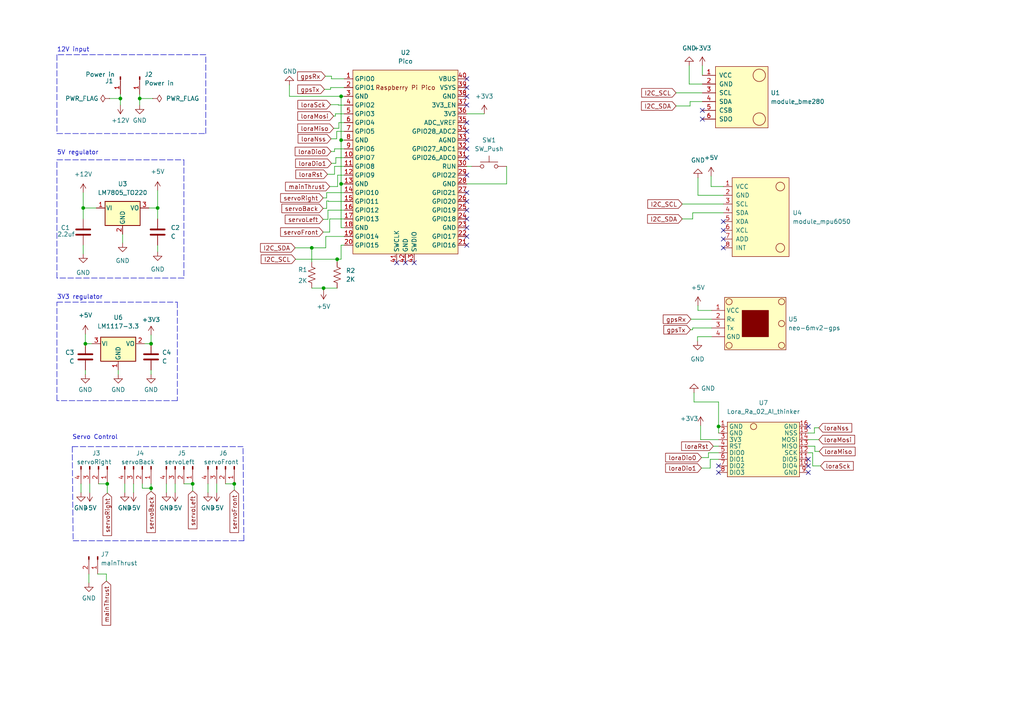
<source format=kicad_sch>
(kicad_sch (version 20211123) (generator eeschema)
  (paper "A4")
  (lib_symbols
    (symbol "Connector:Conn_01x01_Male" (pin_names (offset 1.016) hide)
      (property "Reference" "J" (at 0 2.54 0))
      (property "Value" "Conn_01x01_Male" (at 0 -2.54 0))
      (symbol "Conn_01x01_Male_1_1"
        (polyline (pts (xy 1.27 0) (xy 0.8636 0)) (stroke (width 0.1524)))
        (rectangle (start 0.8636 0.127) (end 0 -0.127) (stroke (width 0.1524)) (fill (type outline)))
        (pin passive line (at 5.08 0 180) (length 3.81) (name "Pin_1") (number "1"))
      )
    )
    (symbol "Connector:Conn_01x02_Male" (pin_names (offset 1.016) hide)
      (property "Reference" "J" (at 0 2.54 0))
      (property "Value" "Conn_01x02_Male" (at 0 -5.08 0))
      (symbol "Conn_01x02_Male_1_1"
        (polyline (pts (xy 1.27 -2.54) (xy 0.8636 -2.54)) (stroke (width 0.1524)))
        (polyline (pts (xy 1.27 0) (xy 0.8636 0)) (stroke (width 0.1524)))
        (rectangle (start 0.8636 -2.413) (end 0 -2.667) (stroke (width 0.1524)) (fill (type outline)))
        (rectangle (start 0.8636 0.127) (end 0 -0.127) (stroke (width 0.1524)) (fill (type outline)))
        (pin passive line (at 5.08 0 180) (length 3.81) (name "Pin_1") (number "1"))
        (pin passive line (at 5.08 -2.54 180) (length 3.81) (name "Pin_2") (number "2"))
      )
    )
    (symbol "Connector:Conn_01x04_Male" (pin_names (offset 1.016) hide)
      (property "Reference" "J" (at 0 5.08 0))
      (property "Value" "Conn_01x04_Male" (at 0 -7.62 0))
      (symbol "Conn_01x04_Male_1_1"
        (polyline (pts (xy 1.27 -5.08) (xy 0.8636 -5.08)) (stroke (width 0.1524)))
        (polyline (pts (xy 1.27 -2.54) (xy 0.8636 -2.54)) (stroke (width 0.1524)))
        (polyline (pts (xy 1.27 0) (xy 0.8636 0)) (stroke (width 0.1524)))
        (polyline (pts (xy 1.27 2.54) (xy 0.8636 2.54)) (stroke (width 0.1524)))
        (rectangle (start 0.8636 -4.953) (end 0 -5.207) (stroke (width 0.1524)) (fill (type outline)))
        (rectangle (start 0.8636 -2.413) (end 0 -2.667) (stroke (width 0.1524)) (fill (type outline)))
        (rectangle (start 0.8636 0.127) (end 0 -0.127) (stroke (width 0.1524)) (fill (type outline)))
        (rectangle (start 0.8636 2.667) (end 0 2.413) (stroke (width 0.1524)) (fill (type outline)))
        (pin passive line (at 5.08 2.54 180) (length 3.81) (name "Pin_1") (number "1"))
        (pin passive line (at 5.08 0 180) (length 3.81) (name "Pin_2") (number "2"))
        (pin passive line (at 5.08 -2.54 180) (length 3.81) (name "Pin_3") (number "3"))
        (pin passive line (at 5.08 -5.08 180) (length 3.81) (name "Pin_4") (number "4"))
      )
    )
    (symbol "Device:C" (pin_numbers hide) (pin_names (offset 0.254))
      (property "Reference" "C" (at 0.635 2.54 0))
      (property "Value" "C" (at 0.635 -2.54 0))
      (symbol "C_0_1"
        (polyline (pts (xy -2.032 -0.762) (xy 2.032 -0.762)) (stroke (width 0.508)))
        (polyline (pts (xy -2.032 0.762) (xy 2.032 0.762)) (stroke (width 0.508)))
      )
      (symbol "C_1_1"
        (pin passive line (at 0 3.81 270) (length 2.794) (name "~") (number "1"))
        (pin passive line (at 0 -3.81 90) (length 2.794) (name "~") (number "2"))
      )
    )
    (symbol "Device:R_US" (pin_numbers hide) (pin_names (offset 0))
      (property "Reference" "R" (at 2.54 0 90))
      (property "Value" "R_US" (at -2.54 0 90))
      (symbol "R_US_0_1"
        (polyline (pts (xy 0 -2.286) (xy 0 -2.54)))
        (polyline (pts (xy 0 2.286) (xy 0 2.54)))
        (polyline (pts (xy 0 -0.762) (xy 1.016 -1.143) (xy 0 -1.524) (xy -1.016 -1.905) (xy 0 -2.286)))
        (polyline (pts (xy 0 0.762) (xy 1.016 0.381) (xy 0 0) (xy -1.016 -0.381) (xy 0 -0.762)))
        (polyline (pts (xy 0 2.286) (xy 1.016 1.905) (xy 0 1.524) (xy -1.016 1.143) (xy 0 0.762)))
      )
      (symbol "R_US_1_1"
        (pin passive line (at 0 3.81 270) (length 1.27) (name "~") (number "1"))
        (pin passive line (at 0 -3.81 90) (length 1.27) (name "~") (number "2"))
      )
    )
    (symbol "RPI Pico:Pico"
      (property "Reference" "U" (at -13.97 27.94 0))
      (property "Value" "Pico" (at 0 19.05 0))
      (symbol "Pico_0_0"
        (text "Raspberry Pi Pico" (at 0 21.59 0) (effects (font (size 1.27 1.27))))
      )
      (symbol "Pico_0_1"
        (rectangle (start -15.24 26.67) (end 15.24 -26.67) (fill (type background)))
      )
      (symbol "Pico_1_1"
        (pin bidirectional line (at -17.78 24.13 0) (length 2.54) (name "GPIO0") (number "1"))
        (pin bidirectional line (at -17.78 1.27 0) (length 2.54) (name "GPIO7") (number "10"))
        (pin bidirectional line (at -17.78 -1.27 0) (length 2.54) (name "GPIO8") (number "11"))
        (pin bidirectional line (at -17.78 -3.81 0) (length 2.54) (name "GPIO9") (number "12"))
        (pin power_in line (at -17.78 -6.35 0) (length 2.54) (name "GND") (number "13"))
        (pin bidirectional line (at -17.78 -8.89 0) (length 2.54) (name "GPIO10") (number "14"))
        (pin bidirectional line (at -17.78 -11.43 0) (length 2.54) (name "GPIO11") (number "15"))
        (pin bidirectional line (at -17.78 -13.97 0) (length 2.54) (name "GPIO12") (number "16"))
        (pin bidirectional line (at -17.78 -16.51 0) (length 2.54) (name "GPIO13") (number "17"))
        (pin power_in line (at -17.78 -19.05 0) (length 2.54) (name "GND") (number "18"))
        (pin bidirectional line (at -17.78 -21.59 0) (length 2.54) (name "GPIO14") (number "19"))
        (pin bidirectional line (at -17.78 21.59 0) (length 2.54) (name "GPIO1") (number "2"))
        (pin bidirectional line (at -17.78 -24.13 0) (length 2.54) (name "GPIO15") (number "20"))
        (pin bidirectional line (at 17.78 -24.13 180) (length 2.54) (name "GPIO16") (number "21"))
        (pin bidirectional line (at 17.78 -21.59 180) (length 2.54) (name "GPIO17") (number "22"))
        (pin power_in line (at 17.78 -19.05 180) (length 2.54) (name "GND") (number "23"))
        (pin bidirectional line (at 17.78 -16.51 180) (length 2.54) (name "GPIO18") (number "24"))
        (pin bidirectional line (at 17.78 -13.97 180) (length 2.54) (name "GPIO19") (number "25"))
        (pin bidirectional line (at 17.78 -11.43 180) (length 2.54) (name "GPIO20") (number "26"))
        (pin bidirectional line (at 17.78 -8.89 180) (length 2.54) (name "GPIO21") (number "27"))
        (pin power_in line (at 17.78 -6.35 180) (length 2.54) (name "GND") (number "28"))
        (pin bidirectional line (at 17.78 -3.81 180) (length 2.54) (name "GPIO22") (number "29"))
        (pin power_in line (at -17.78 19.05 0) (length 2.54) (name "GND") (number "3"))
        (pin bidirectional line (at 17.78 -1.27 180) (length 2.54) (name "RUN") (number "30"))
        (pin bidirectional line (at 17.78 1.27 180) (length 2.54) (name "GPIO26_ADC0") (number "31"))
        (pin bidirectional line (at 17.78 3.81 180) (length 2.54) (name "GPIO27_ADC1") (number "32"))
        (pin power_in line (at 17.78 6.35 180) (length 2.54) (name "AGND") (number "33"))
        (pin bidirectional line (at 17.78 8.89 180) (length 2.54) (name "GPIO28_ADC2") (number "34"))
        (pin power_in line (at 17.78 11.43 180) (length 2.54) (name "ADC_VREF") (number "35"))
        (pin power_in line (at 17.78 13.97 180) (length 2.54) (name "3V3") (number "36"))
        (pin input line (at 17.78 16.51 180) (length 2.54) (name "3V3_EN") (number "37"))
        (pin bidirectional line (at 17.78 19.05 180) (length 2.54) (name "GND") (number "38"))
        (pin power_in line (at 17.78 21.59 180) (length 2.54) (name "VSYS") (number "39"))
        (pin bidirectional line (at -17.78 16.51 0) (length 2.54) (name "GPIO2") (number "4"))
        (pin power_in line (at 17.78 24.13 180) (length 2.54) (name "VBUS") (number "40"))
        (pin input line (at -2.54 -29.21 90) (length 2.54) (name "SWCLK") (number "41"))
        (pin power_in line (at 0 -29.21 90) (length 2.54) (name "GND") (number "42"))
        (pin bidirectional line (at 2.54 -29.21 90) (length 2.54) (name "SWDIO") (number "43"))
        (pin bidirectional line (at -17.78 13.97 0) (length 2.54) (name "GPIO3") (number "5"))
        (pin bidirectional line (at -17.78 11.43 0) (length 2.54) (name "GPIO4") (number "6"))
        (pin bidirectional line (at -17.78 8.89 0) (length 2.54) (name "GPIO5") (number "7"))
        (pin power_in line (at -17.78 6.35 0) (length 2.54) (name "GND") (number "8"))
        (pin bidirectional line (at -17.78 3.81 0) (length 2.54) (name "GPIO6") (number "9"))
      )
    )
    (symbol "Regulator_Linear:LM1117-3.3" (pin_names (offset 0.254))
      (property "Reference" "U" (at -3.81 3.175 0))
      (property "Value" "LM1117-3.3" (at 0 3.175 0))
      (symbol "LM1117-3.3_0_1"
        (rectangle (start -5.08 -5.08) (end 5.08 1.905) (stroke (width 0.254)) (fill (type background)))
      )
      (symbol "LM1117-3.3_1_1"
        (pin power_in line (at 0 -7.62 90) (length 2.54) (name "GND") (number "1"))
        (pin power_out line (at 7.62 0 180) (length 2.54) (name "VO") (number "2"))
        (pin power_in line (at -7.62 0 0) (length 2.54) (name "VI") (number "3"))
      )
    )
    (symbol "Regulator_Linear:LM7805_TO220" (pin_names (offset 0.254))
      (property "Reference" "U" (at -3.81 3.175 0))
      (property "Value" "LM7805_TO220" (at 0 3.175 0))
      (symbol "LM7805_TO220_0_1"
        (rectangle (start -5.08 1.905) (end 5.08 -5.08) (stroke (width 0.254)) (fill (type background)))
      )
      (symbol "LM7805_TO220_1_1"
        (pin power_in line (at -7.62 0 0) (length 2.54) (name "VI") (number "1"))
        (pin power_in line (at 0 -7.62 90) (length 2.54) (name "GND") (number "2"))
        (pin power_out line (at 7.62 0 180) (length 2.54) (name "VO") (number "3"))
      )
    )
    (symbol "Sensor Breakout Boards:Lora_Ra_02_AI_thinker"
      (property "Reference" "U?" (at 0 -10.16 0))
      (property "Value" "Lora_Ra_02_AI_thinker" (at 0 10.16 0))
      (property "Footprint" "Sensor Breakout Boards:Lora Ra 02 AI Thinker" (at -5.08 0.635 0))
      (symbol "Lora_Ra_02_AI_thinker_0_1"
        (rectangle (start -10.16 7.62) (end 10.795 -8.255) (fill (type background)))
        (circle (center -2.54 6.35) (radius 0.898))
      )
      (symbol "Lora_Ra_02_AI_thinker_1_1"
        (pin power_in line (at -12.7 6.35 0) (length 2.54) (name "GND") (number "1"))
        (pin bidirectional line (at 13.335 -5.08 180) (length 2.54) (name "DIO4") (number "10"))
        (pin bidirectional line (at 13.335 -3.175 180) (length 2.54) (name "DIO5") (number "11"))
        (pin input line (at 13.335 -1.27 180) (length 2.54) (name "SCK") (number "12"))
        (pin output line (at 13.335 0.635 180) (length 2.54) (name "MISO") (number "13"))
        (pin input line (at 13.335 2.54 180) (length 2.54) (name "MOSI") (number "14"))
        (pin input line (at 13.335 4.445 180) (length 2.54) (name "NSS") (number "15"))
        (pin power_in line (at 13.335 6.35 180) (length 2.54) (name "GND") (number "16"))
        (pin power_in line (at -12.7 4.445 0) (length 2.54) (name "GND") (number "2"))
        (pin power_in line (at -12.7 2.54 0) (length 2.54) (name "3V3") (number "3"))
        (pin input line (at -12.7 0.635 0) (length 2.54) (name "RST") (number "4"))
        (pin bidirectional line (at -12.7 -1.27 0) (length 2.54) (name "DIO0") (number "5"))
        (pin bidirectional line (at -12.7 -3.175 0) (length 2.54) (name "DIO1") (number "6"))
        (pin bidirectional line (at -12.7 -5.08 0) (length 2.54) (name "DIO2") (number "7"))
        (pin bidirectional line (at -12.7 -6.985 0) (length 2.54) (name "DIO3") (number "8"))
        (pin power_in line (at 13.335 -6.985 180) (length 2.54) (name "GND") (number "9"))
      )
    )
    (symbol "Sensor Breakout Boards:module_bme280" (pin_names (offset 1.016))
      (property "Reference" "U" (at 3.81 11.43 0))
      (property "Value" "module_bme280" (at 11.43 -8.89 0))
      (symbol "module_bme280_0_1"
        (rectangle (start 3.81 -7.62) (end 19.05 10.16) (fill (type background)))
        (circle (center 16.51 -5.08) (radius 1.8034))
        (circle (center 16.51 7.62) (radius 1.8034))
      )
      (symbol "module_bme280_1_1"
        (pin power_in line (at 0 7.62 0) (length 3.81) (name "VCC") (number "1"))
        (pin power_in line (at 0 5.08 0) (length 3.81) (name "GND") (number "2"))
        (pin input line (at 0 2.54 0) (length 3.81) (name "SCL") (number "3"))
        (pin bidirectional line (at 0 0 0) (length 3.81) (name "SDA") (number "4"))
        (pin input line (at 0 -2.54 0) (length 3.81) (name "CSB") (number "5"))
        (pin bidirectional line (at 0 -5.08 0) (length 3.81) (name "SDO") (number "6"))
      )
    )
    (symbol "Sensor Breakout Boards:module_mpu6050" (pin_names (offset 1.016))
      (property "Reference" "U" (at 2.54 21.59 0))
      (property "Value" "module_mpu6050" (at 11.43 -3.81 0))
      (symbol "module_mpu6050_0_1"
        (rectangle (start 2.54 20.32) (end 19.05 -2.54) (fill (type background)))
        (circle (center 16.51 0) (radius 1.27))
        (circle (center 16.51 17.78) (radius 1.27))
      )
      (symbol "module_mpu6050_1_1"
        (pin power_in line (at 0 17.78 0) (length 2.54) (name "VCC") (number "1"))
        (pin power_in line (at 0 15.24 0) (length 2.54) (name "GND") (number "2"))
        (pin input line (at 0 12.7 0) (length 2.54) (name "SCL") (number "3"))
        (pin bidirectional line (at 0 10.16 0) (length 2.54) (name "SDA") (number "4"))
        (pin bidirectional line (at 0 7.62 0) (length 2.54) (name "XDA") (number "5"))
        (pin output line (at 0 5.08 0) (length 2.54) (name "XCL") (number "6"))
        (pin input line (at 0 2.54 0) (length 2.54) (name "ADD") (number "7"))
        (pin output line (at 0 0 0) (length 2.54) (name "INT") (number "8"))
      )
    )
    (symbol "Sensor Breakout Boards:neo-6mv2-gps"
      (property "Reference" "U?" (at 0 -8.89 0))
      (property "Value" "neo-6mv2-gps" (at 0 10.16 0))
      (symbol "neo-6mv2-gps_0_1"
        (rectangle (start -8.89 7.62) (end 8.89 -7.62) (fill (type background)))
        (circle (center -7.62 -6.35) (radius 0.898))
        (circle (center -7.62 6.35) (radius 0.898))
        (rectangle (start -3.81 3.81) (end 3.81 -3.81) (stroke (width 0.2)) (fill (type outline)))
        (circle (center 7.62 -6.35) (radius 0.898))
        (circle (center 7.62 0) (radius 0.898))
        (circle (center 7.62 6.35) (radius 0.898))
      )
      (symbol "neo-6mv2-gps_1_1"
        (pin power_in line (at -12.7 3.81 0) (length 3.81) (name "VCC") (number "1"))
        (pin input line (at -12.7 1.27 0) (length 3.81) (name "Rx") (number "2"))
        (pin output line (at -12.7 -1.27 0) (length 3.81) (name "Tx") (number "3"))
        (pin power_in line (at -12.7 -3.81 0) (length 3.81) (name "GND") (number "4"))
      )
    )
    (symbol "Switch:SW_Push" (pin_numbers hide) (pin_names (offset 1.016) hide)
      (property "Reference" "SW" (at 1.27 2.54 0))
      (property "Value" "SW_Push" (at 0 -1.524 0))
      (symbol "SW_Push_0_1"
        (circle (center -2.032 0) (radius 0.508))
        (polyline (pts (xy 0 1.27) (xy 0 3.048)))
        (polyline (pts (xy 2.54 1.27) (xy -2.54 1.27)))
        (circle (center 2.032 0) (radius 0.508))
        (pin passive line (at -5.08 0 0) (length 2.54) (name "1") (number "1"))
        (pin passive line (at 5.08 0 180) (length 2.54) (name "2") (number "2"))
      )
    )
    (symbol "power:+12V" (power) (pin_names (offset 0))
      (property "Value" "+12V" (at 0 3.556 0))
      (symbol "+12V_0_1"
        (polyline (pts (xy -0.762 1.27) (xy 0 2.54)))
        (polyline (pts (xy 0 0) (xy 0 2.54)))
        (polyline (pts (xy 0 2.54) (xy 0.762 1.27)))
      )
      (symbol "+12V_1_1"
        (pin power_in line (at 0 0 90) (length 0) hide (name "+12V") (number "1"))
      )
    )
    (symbol "power:+3V3" (power) (pin_names (offset 0))
      (property "Value" "+3V3" (at 0 3.556 0))
      (symbol "+3V3_0_1"
        (polyline (pts (xy -0.762 1.27) (xy 0 2.54)))
        (polyline (pts (xy 0 0) (xy 0 2.54)))
        (polyline (pts (xy 0 2.54) (xy 0.762 1.27)))
      )
      (symbol "+3V3_1_1"
        (pin power_in line (at 0 0 90) (length 0) hide (name "+3V3") (number "1"))
      )
    )
    (symbol "power:+5V" (power) (pin_names (offset 0))
      (property "Value" "+5V" (at 0 3.556 0))
      (symbol "+5V_0_1"
        (polyline (pts (xy -0.762 1.27) (xy 0 2.54)))
        (polyline (pts (xy 0 0) (xy 0 2.54)))
        (polyline (pts (xy 0 2.54) (xy 0.762 1.27)))
      )
      (symbol "+5V_1_1"
        (pin power_in line (at 0 0 90) (length 0) hide (name "+5V") (number "1"))
      )
    )
    (symbol "power:GND" (power) (pin_names (offset 0))
      (property "Value" "GND" (at 0 -3.81 0))
      (symbol "GND_0_1"
        (polyline (pts (xy 0 0) (xy 0 -1.27) (xy 1.27 -1.27) (xy 0 -2.54) (xy -1.27 -1.27) (xy 0 -1.27)))
      )
      (symbol "GND_1_1"
        (pin power_in line (at 0 0 270) (length 0) hide (name "GND") (number "1"))
      )
    )
    (symbol "power:PWR_FLAG" (power) (pin_numbers hide) (pin_names (offset 0) hide)
      (property "Value" "PWR_FLAG" (at 0 3.81 0))
      (symbol "PWR_FLAG_0_0"
        (pin power_out line (at 0 0 90) (length 0) (name "pwr") (number "1"))
      )
      (symbol "PWR_FLAG_0_1"
        (polyline (pts (xy 0 0) (xy 0 1.27) (xy -1.016 1.905) (xy 0 2.54) (xy 1.016 1.905) (xy 0 1.27)))
      )
    )
  )
  (junction (at 67.945 140.335))
  (junction (at 43.815 141.605))
  (junction (at 55.88 140.335))
  (junction (at 31.115 140.335))
  (junction (at 98.933 40.64))
  (junction (at 97.79 75.184))
  (junction (at 45.72 60.325))
  (junction (at 43.815 99.695))
  (junction (at 24.13 60.325))
  (junction (at 90.424 71.882))
  (junction (at 24.765 99.695))
  (junction (at 208.407 123.698))
  (junction (at 93.853 83.566))
  (junction (at 98.933 27.94))
  (junction (at 34.925 28.575))
  (junction (at 98.933 53.34))
  (junction (at 40.513 28.575))
  (no_connect (at 234.442 133.223))
  (no_connect (at 208.407 137.033))
  (no_connect (at 208.407 135.128))
  (no_connect (at 234.442 135.128))
  (no_connect (at 209.804 64.262))
  (no_connect (at 209.804 66.802))
  (no_connect (at 209.804 69.342))
  (no_connect (at 209.804 71.882))
  (no_connect (at 115.062 76.2))
  (no_connect (at 135.382 22.86))
  (no_connect (at 135.382 30.48))
  (no_connect (at 135.382 27.94))
  (no_connect (at 135.382 25.4))
  (no_connect (at 203.708 34.544))
  (no_connect (at 203.708 32.004))
  (no_connect (at 135.382 35.56))
  (no_connect (at 135.382 45.72))
  (no_connect (at 135.382 71.12))
  (no_connect (at 135.382 68.58))
  (no_connect (at 135.382 66.04))
  (no_connect (at 135.382 55.88))
  (no_connect (at 135.382 58.42))
  (no_connect (at 117.602 76.2))
  (no_connect (at 120.142 76.2))
  (no_connect (at 135.382 40.64))
  (no_connect (at 135.382 38.1))
  (no_connect (at 135.382 43.18))
  (no_connect (at 135.382 63.5))
  (no_connect (at 135.382 60.96))
  (no_connect (at 135.382 50.8))
  (no_connect (at 234.442 137.033))
  (no_connect (at 234.442 123.698))
  (wire (pts (xy 208.407 116.586) (xy 208.407 123.698)))
  (wire (pts (xy 98.298 37.211) (xy 96.774 37.211)))
  (wire (pts (xy 95.631 63.5) (xy 95.631 67.31)))
  (wire (pts (xy 24.765 99.695) (xy 26.67 99.695)))
  (wire (pts (xy 24.765 96.901) (xy 24.765 99.695)))
  (wire (pts (xy 99.822 53.34) (xy 98.933 53.34)))
  (polyline (pts (xy 20.955 129.54) (xy 70.485 129.54)))
  (polyline (pts (xy 20.955 129.54) (xy 21.209 156.845)))
  (wire (pts (xy 36.195 140.335) (xy 36.195 142.875)))
  (wire (pts (xy 98.933 27.94) (xy 99.822 27.94)))
  (wire (pts (xy 200.914 95.631) (xy 200.279 95.631)))
  (wire (pts (xy 206.248 51.054) (xy 206.248 54.102)))
  (wire (pts (xy 60.325 140.335) (xy 60.325 142.875)))
  (wire (pts (xy 93.853 83.566) (xy 93.853 84.201)))
  (wire (pts (xy 196.088 30.734) (xy 200.152 30.734)))
  (wire (pts (xy 97.028 50.546) (xy 94.996 50.546)))
  (wire (pts (xy 99.822 25.4) (xy 95.885 25.4)))
  (wire (pts (xy 98.298 35.56) (xy 98.298 37.211)))
  (wire (pts (xy 205.486 131.318) (xy 205.486 132.715)))
  (wire (pts (xy 94.742 57.404) (xy 93.726 57.404)))
  (wire (pts (xy 41.275 141.605) (xy 43.815 141.605)))
  (wire (pts (xy 202.311 97.663) (xy 202.311 98.933)))
  (wire (pts (xy 44.323 28.575) (xy 40.513 28.575)))
  (wire (pts (xy 97.282 33.655) (xy 96.774 33.655)))
  (wire (pts (xy 53.34 140.335) (xy 55.88 140.335)))
  (polyline (pts (xy 59.69 38.735) (xy 59.69 15.875)))
  (wire (pts (xy 96.139 22.86) (xy 96.139 22.098)))
  (wire (pts (xy 200.152 30.734) (xy 200.152 29.464)))
  (wire (pts (xy 30.861 166.497) (xy 30.861 168.529)))
  (polyline (pts (xy 16.51 46.355) (xy 53.34 46.355)))
  (wire (pts (xy 28.575 140.335) (xy 31.115 140.335)))
  (wire (pts (xy 234.442 127.508) (xy 237.49 127.508)))
  (wire (pts (xy 196.088 26.924) (xy 203.708 26.924)))
  (wire (pts (xy 45.72 71.12) (xy 45.72 73.025)))
  (wire (pts (xy 203.708 19.05) (xy 203.708 21.844)))
  (polyline (pts (xy 53.34 80.645) (xy 16.51 80.645)))
  (wire (pts (xy 67.945 140.335) (xy 67.945 142.113)))
  (wire (pts (xy 45.72 55.245) (xy 45.72 60.325)))
  (wire (pts (xy 99.822 58.42) (xy 95.25 58.42)))
  (wire (pts (xy 34.925 28.575) (xy 34.925 30.48)))
  (wire (pts (xy 208.407 131.318) (xy 205.486 131.318)))
  (wire (pts (xy 34.29 107.315) (xy 34.29 108.585)))
  (wire (pts (xy 28.321 166.497) (xy 30.861 166.497)))
  (wire (pts (xy 99.822 30.48) (xy 98.171 30.48)))
  (polyline (pts (xy 70.739 156.845) (xy 70.485 129.54)))
  (wire (pts (xy 135.382 33.02) (xy 140.462 33.02)))
  (wire (pts (xy 40.513 27.305) (xy 40.513 28.575)))
  (wire (pts (xy 205.994 135.763) (xy 203.454 135.763)))
  (wire (pts (xy 201.295 116.586) (xy 201.295 113.919)))
  (wire (pts (xy 203.2 127.508) (xy 203.2 123.444)))
  (wire (pts (xy 94.742 55.88) (xy 99.822 55.88)))
  (wire (pts (xy 99.822 68.58) (xy 94.488 68.58)))
  (wire (pts (xy 31.75 28.575) (xy 34.925 28.575)))
  (wire (pts (xy 95.25 58.293) (xy 94.742 58.293)))
  (wire (pts (xy 50.8 140.335) (xy 50.8 142.875)))
  (wire (pts (xy 95.631 63.5) (xy 99.822 63.5)))
  (wire (pts (xy 97.79 75.184) (xy 98.933 75.184)))
  (wire (pts (xy 24.13 55.88) (xy 24.13 60.325)))
  (wire (pts (xy 99.822 50.8) (xy 97.917 50.8)))
  (polyline (pts (xy 16.51 87.63) (xy 51.435 87.63)))
  (wire (pts (xy 94.742 58.293) (xy 94.742 60.452)))
  (wire (pts (xy 208.407 123.698) (xy 208.407 125.603)))
  (wire (pts (xy 205.486 132.715) (xy 203.454 132.715)))
  (polyline (pts (xy 51.435 116.205) (xy 16.51 116.205)))
  (wire (pts (xy 200.914 63.5) (xy 200.914 61.722)))
  (polyline (pts (xy 59.69 15.875) (xy 16.51 15.875)))
  (polyline (pts (xy 16.51 15.875) (xy 16.51 38.735)))
  (wire (pts (xy 24.13 71.12) (xy 24.13 73.66)))
  (wire (pts (xy 200.406 92.583) (xy 206.375 92.583)))
  (wire (pts (xy 85.725 75.184) (xy 97.79 75.184)))
  (wire (pts (xy 146.939 53.34) (xy 135.382 53.34)))
  (wire (pts (xy 97.282 33.02) (xy 97.282 33.655)))
  (wire (pts (xy 62.865 140.335) (xy 62.865 142.875)))
  (wire (pts (xy 98.933 27.94) (xy 98.933 40.64)))
  (wire (pts (xy 236.347 129.413) (xy 236.347 130.937)))
  (wire (pts (xy 135.382 48.26) (xy 136.779 48.26)))
  (wire (pts (xy 43.815 140.335) (xy 43.815 141.605)))
  (wire (pts (xy 83.947 27.94) (xy 83.947 24.638)))
  (wire (pts (xy 93.853 83.566) (xy 97.79 83.566)))
  (wire (pts (xy 200.914 95.123) (xy 206.375 95.123)))
  (wire (pts (xy 206.248 54.102) (xy 209.804 54.102)))
  (wire (pts (xy 43.815 141.605) (xy 43.815 142.494)))
  (polyline (pts (xy 16.51 116.205) (xy 16.51 87.63)))
  (wire (pts (xy 202.438 56.642) (xy 202.438 51.562)))
  (wire (pts (xy 34.925 27.305) (xy 34.925 28.575)))
  (wire (pts (xy 97.409 47.371) (xy 96.139 47.371)))
  (wire (pts (xy 200.914 61.722) (xy 209.804 61.722)))
  (wire (pts (xy 95.123 63.627) (xy 93.726 63.627)))
  (wire (pts (xy 200.914 95.123) (xy 200.914 95.631)))
  (wire (pts (xy 208.407 116.586) (xy 201.295 116.586)))
  (wire (pts (xy 41.275 140.335) (xy 41.275 141.605)))
  (wire (pts (xy 197.866 63.5) (xy 200.914 63.5)))
  (wire (pts (xy 25.781 166.497) (xy 25.781 169.037)))
  (wire (pts (xy 97.79 75.184) (xy 97.79 75.946)))
  (wire (pts (xy 234.442 131.318) (xy 235.712 131.318)))
  (wire (pts (xy 24.13 60.325) (xy 27.94 60.325)))
  (wire (pts (xy 97.028 43.942) (xy 96.012 43.942)))
  (wire (pts (xy 197.866 59.182) (xy 209.804 59.182)))
  (wire (pts (xy 95.25 58.42) (xy 95.25 58.293)))
  (wire (pts (xy 26.035 140.335) (xy 26.035 142.875)))
  (wire (pts (xy 202.438 90.043) (xy 202.438 88.646)))
  (wire (pts (xy 208.407 133.223) (xy 205.994 133.223)))
  (wire (pts (xy 206.375 97.663) (xy 202.311 97.663)))
  (wire (pts (xy 98.933 66.04) (xy 98.933 53.34)))
  (wire (pts (xy 41.91 99.695) (xy 43.815 99.695)))
  (polyline (pts (xy 21.209 156.845) (xy 70.739 156.845)))
  (wire (pts (xy 99.822 40.64) (xy 98.933 40.64)))
  (wire (pts (xy 97.028 43.18) (xy 97.028 43.942)))
  (wire (pts (xy 40.513 28.575) (xy 40.513 30.48)))
  (wire (pts (xy 236.347 130.937) (xy 237.617 130.937)))
  (wire (pts (xy 236.22 124.079) (xy 237.49 124.079)))
  (wire (pts (xy 99.822 48.26) (xy 97.028 48.26)))
  (polyline (pts (xy 16.51 80.645) (xy 16.51 46.355)))
  (polyline (pts (xy 53.34 46.355) (xy 53.34 80.645)))
  (wire (pts (xy 95.885 25.908) (xy 94.107 25.908)))
  (wire (pts (xy 35.56 67.945) (xy 35.56 70.485)))
  (wire (pts (xy 206.883 129.413) (xy 208.407 129.413)))
  (wire (pts (xy 99.822 45.72) (xy 97.409 45.72)))
  (wire (pts (xy 97.917 50.8) (xy 97.917 54.102)))
  (wire (pts (xy 99.822 71.12) (xy 98.933 71.12)))
  (wire (pts (xy 90.424 83.566) (xy 93.853 83.566)))
  (wire (pts (xy 97.028 48.26) (xy 97.028 50.546)))
  (wire (pts (xy 97.663 38.1) (xy 97.663 40.259)))
  (wire (pts (xy 99.822 33.02) (xy 97.282 33.02)))
  (wire (pts (xy 97.409 45.72) (xy 97.409 47.371)))
  (wire (pts (xy 99.822 66.04) (xy 98.933 66.04)))
  (wire (pts (xy 55.88 140.335) (xy 55.88 142.367)))
  (wire (pts (xy 65.405 140.335) (xy 67.945 140.335)))
  (wire (pts (xy 235.712 131.318) (xy 235.712 135.128)))
  (wire (pts (xy 23.495 140.335) (xy 23.495 142.875)))
  (wire (pts (xy 205.994 133.223) (xy 205.994 135.763)))
  (wire (pts (xy 236.22 125.603) (xy 236.22 124.079)))
  (wire (pts (xy 97.663 40.259) (xy 96.012 40.259)))
  (wire (pts (xy 98.933 53.34) (xy 98.933 40.64)))
  (polyline (pts (xy 51.435 87.63) (xy 51.435 116.205)))
  (wire (pts (xy 96.139 22.098) (xy 94.361 22.098)))
  (wire (pts (xy 98.933 71.12) (xy 98.933 75.184)))
  (wire (pts (xy 202.438 90.043) (xy 206.375 90.043)))
  (wire (pts (xy 99.822 35.56) (xy 98.298 35.56)))
  (wire (pts (xy 94.742 60.452) (xy 93.726 60.452)))
  (wire (pts (xy 200.152 29.464) (xy 203.708 29.464)))
  (wire (pts (xy 94.742 55.88) (xy 94.742 57.404)))
  (wire (pts (xy 48.26 140.335) (xy 48.26 142.875)))
  (wire (pts (xy 83.947 27.94) (xy 98.933 27.94)))
  (wire (pts (xy 43.18 60.325) (xy 45.72 60.325)))
  (wire (pts (xy 235.712 135.128) (xy 237.998 135.128)))
  (wire (pts (xy 90.424 71.882) (xy 90.424 75.946)))
  (wire (pts (xy 90.424 71.882) (xy 94.488 71.882)))
  (wire (pts (xy 38.735 140.335) (xy 38.735 142.875)))
  (wire (pts (xy 99.822 38.1) (xy 97.663 38.1)))
  (wire (pts (xy 95.885 25.4) (xy 95.885 25.908)))
  (wire (pts (xy 95.123 60.96) (xy 99.822 60.96)))
  (wire (pts (xy 99.822 22.86) (xy 96.139 22.86)))
  (wire (pts (xy 43.815 107.315) (xy 43.815 108.585)))
  (wire (pts (xy 95.631 54.102) (xy 97.917 54.102)))
  (wire (pts (xy 45.72 60.325) (xy 45.72 63.5)))
  (wire (pts (xy 98.171 30.48) (xy 98.171 30.353)))
  (wire (pts (xy 199.898 19.05) (xy 199.898 24.384)))
  (wire (pts (xy 31.115 140.335) (xy 31.115 143.002)))
  (wire (pts (xy 234.442 125.603) (xy 236.22 125.603)))
  (wire (pts (xy 199.898 24.384) (xy 203.708 24.384)))
  (wire (pts (xy 98.171 30.353) (xy 95.885 30.353)))
  (wire (pts (xy 208.407 127.508) (xy 203.2 127.508)))
  (wire (pts (xy 43.815 97.155) (xy 43.815 99.695)))
  (wire (pts (xy 99.822 43.18) (xy 97.028 43.18)))
  (wire (pts (xy 24.765 107.315) (xy 24.765 108.585)))
  (wire (pts (xy 146.939 48.26) (xy 146.939 53.34)))
  (wire (pts (xy 24.13 63.5) (xy 24.13 60.325)))
  (wire (pts (xy 94.488 68.58) (xy 94.488 71.882)))
  (wire (pts (xy 85.598 71.882) (xy 90.424 71.882)))
  (wire (pts (xy 95.123 60.96) (xy 95.123 63.627)))
  (wire (pts (xy 234.442 129.413) (xy 236.347 129.413)))
  (polyline (pts (xy 16.51 38.735) (xy 59.69 38.735)))
  (wire (pts (xy 93.726 67.31) (xy 95.631 67.31)))
  (wire (pts (xy 209.804 56.642) (xy 202.438 56.642)))
  (text "5V regulator" (at 16.51 45.085 0) (effects (font (size 1.27 1.27)) (justify left bottom)))
  (text "12V input" (at 16.51 15.24 0) (effects (font (size 1.27 1.27)) (justify left bottom)))
  (text "3V3 regulator\n" (at 16.51 86.995 0) (effects (font (size 1.27 1.27)) (justify left bottom)))
  (text "Servo Control" (at 20.955 127.635 0) (effects (font (size 1.27 1.27)) (justify left bottom)))
  (global_label "I2C_SCL" (shape input) (at 196.088 26.924 180) (property "Intersheet References" "${INTERSHEET_REFS}" (effects hide)))
  (global_label "mainThrust" (shape input) (at 95.631 54.102 180) (property "Intersheet References" "${INTERSHEET_REFS}" (effects hide)))
  (global_label "servoFront" (shape input) (at 93.726 67.31 180) (property "Intersheet References" "${INTERSHEET_REFS}" (effects hide)))
  (global_label "gpsRx" (shape input) (at 94.361 22.098 180) (property "Intersheet References" "${INTERSHEET_REFS}" (effects hide)))
  (global_label "loraSck" (shape input) (at 95.885 30.353 180) (property "Intersheet References" "${INTERSHEET_REFS}" (effects hide)))
  (global_label "loraDio1" (shape input) (at 96.139 47.371 180) (property "Intersheet References" "${INTERSHEET_REFS}" (effects hide)))
  (global_label "I2C_SDA" (shape input) (at 196.088 30.734 180) (property "Intersheet References" "${INTERSHEET_REFS}" (effects hide)))
  (global_label "gpsTx" (shape input) (at 94.107 25.908 180) (property "Intersheet References" "${INTERSHEET_REFS}" (effects hide)))
  (global_label "mainThrust" (shape input) (at 30.861 168.529 270) (property "Intersheet References" "${INTERSHEET_REFS}" (effects hide)))
  (global_label "I2C_SDA" (shape input) (at 197.866 63.5 180) (property "Intersheet References" "${INTERSHEET_REFS}" (effects hide)))
  (global_label "loraMosi" (shape input) (at 96.774 33.655 180) (property "Intersheet References" "${INTERSHEET_REFS}" (effects hide)))
  (global_label "gpsTx" (shape input) (at 200.279 95.631 180) (property "Intersheet References" "${INTERSHEET_REFS}" (effects hide)))
  (global_label "loraDio0" (shape input) (at 96.012 43.942 180) (property "Intersheet References" "${INTERSHEET_REFS}" (effects hide)))
  (global_label "loraNss" (shape input) (at 237.49 124.079 0) (property "Intersheet References" "${INTERSHEET_REFS}" (effects hide)))
  (global_label "servoBack" (shape input) (at 93.726 60.452 180) (property "Intersheet References" "${INTERSHEET_REFS}" (effects hide)))
  (global_label "servoLeft" (shape input) (at 55.88 142.367 270) (property "Intersheet References" "${INTERSHEET_REFS}" (effects hide)))
  (global_label "servoBack" (shape input) (at 43.815 142.494 270) (property "Intersheet References" "${INTERSHEET_REFS}" (effects hide)))
  (global_label "loraNss" (shape input) (at 96.012 40.259 180) (property "Intersheet References" "${INTERSHEET_REFS}" (effects hide)))
  (global_label "servoLeft" (shape input) (at 93.726 63.627 180) (property "Intersheet References" "${INTERSHEET_REFS}" (effects hide)))
  (global_label "servoRight" (shape input) (at 93.726 57.404 180) (property "Intersheet References" "${INTERSHEET_REFS}" (effects hide)))
  (global_label "loraRst" (shape input) (at 94.996 50.546 180) (property "Intersheet References" "${INTERSHEET_REFS}" (effects hide)))
  (global_label "I2C_SDA" (shape input) (at 85.598 71.882 180) (property "Intersheet References" "${INTERSHEET_REFS}" (effects hide)))
  (global_label "loraMosi" (shape input) (at 237.49 127.508 0) (property "Intersheet References" "${INTERSHEET_REFS}" (effects hide)))
  (global_label "loraMiso" (shape input) (at 96.774 37.211 180) (property "Intersheet References" "${INTERSHEET_REFS}" (effects hide)))
  (global_label "I2C_SCL" (shape input) (at 85.725 75.184 180) (property "Intersheet References" "${INTERSHEET_REFS}" (effects hide)))
  (global_label "I2C_SCL" (shape input) (at 197.866 59.182 180) (property "Intersheet References" "${INTERSHEET_REFS}" (effects hide)))
  (global_label "loraMiso" (shape input) (at 237.617 130.937 0) (property "Intersheet References" "${INTERSHEET_REFS}" (effects hide)))
  (global_label "gpsRx" (shape input) (at 200.406 92.583 180) (property "Intersheet References" "${INTERSHEET_REFS}" (effects hide)))
  (global_label "loraSck" (shape input) (at 237.998 135.128 0) (property "Intersheet References" "${INTERSHEET_REFS}" (effects hide)))
  (global_label "loraDio0" (shape input) (at 203.454 132.715 180) (property "Intersheet References" "${INTERSHEET_REFS}" (effects hide)))
  (global_label "loraDio1" (shape input) (at 203.454 135.763 180) (property "Intersheet References" "${INTERSHEET_REFS}" (effects hide)))
  (global_label "loraRst" (shape input) (at 206.883 129.413 180) (property "Intersheet References" "${INTERSHEET_REFS}" (effects hide)))
  (global_label "servoFront" (shape input) (at 67.945 142.113 270) (property "Intersheet References" "${INTERSHEET_REFS}" (effects hide)))
  (global_label "servoRight" (shape input) (at 31.115 143.002 270) (property "Intersheet References" "${INTERSHEET_REFS}" (effects hide)))
  (symbol (lib_id "power:GND") (at 202.311 98.933 0) (unit 1)
    (property "Reference" "#PWR018" (effects hide))
    (property "Value" "GND" (at 202.311 104.1654 0))
  )
  (symbol (lib_id "power:PWR_FLAG") (at 44.323 28.575 270) (mirror x) (unit 1)
    (property "Reference" "#FLG02" (effects hide))
    (property "Value" "PWR_FLAG" (at 48.133 28.5749 90) (effects (justify left)))
  )
  (symbol (lib_id "power:+3V3") (at 203.2 123.444 0) (unit 1)
    (property "Reference" "#PWR023" (effects hide))
    (property "Value" "+3V3" (at 199.898 121.412 0))
  )
  (symbol (lib_id "power:+5V") (at 26.035 142.875 180) (unit 1)
    (property "Reference" "#PWR025" (effects hide))
    (property "Value" "+5V" (at 26.035 147.32 0))
  )
  (symbol (lib_id "Connector:Conn_01x04_Male") (at 41.275 135.255 270) (unit 1)
    (property "Reference" "J4" (at 40.64 131.445 90))
    (property "Value" "servoBack" (at 40.005 133.985 90))
    (property "Footprint" "Connector_JST:JST_EH_B4B-EH-A_1x04_P2.50mm_Vertical" (effects hide))
  )
  (symbol (lib_id "Connector:Conn_01x02_Male") (at 28.321 161.417 270) (unit 1)
    (property "Reference" "J7" (at 29.21 160.7819 90) (effects (justify left)))
    (property "Value" "mainThrust" (at 29.21 163.3219 90) (effects (justify left)))
    (property "Footprint" "Connector_JST:JST_EH_B2B-EH-A_1x02_P2.50mm_Vertical" (effects hide))
  )
  (symbol (lib_id "Connector:Conn_01x04_Male") (at 28.575 135.255 270) (unit 1)
    (property "Reference" "J3" (at 27.94 131.445 90))
    (property "Value" "servoRight" (at 27.305 133.985 90))
    (property "Footprint" "Connector_JST:JST_EH_B4B-EH-A_1x04_P2.50mm_Vertical" (effects hide))
  )
  (symbol (lib_id "Device:C") (at 43.815 103.505 180) (unit 1)
    (property "Reference" "C4" (at 46.99 102.2349 0) (effects (justify right)))
    (property "Value" "C" (at 46.99 104.7749 0) (effects (justify right)))
    (property "Footprint" "Capacitor_THT:C_Axial_L3.8mm_D2.6mm_P7.50mm_Horizontal" (effects hide))
  )
  (symbol (lib_id "power:+3V3") (at 203.708 19.05 0) (unit 1)
    (property "Reference" "#PWR02" (effects hide))
    (property "Value" "+3V3" (at 203.708 13.97 0))
  )
  (symbol (lib_id "power:GND") (at 40.513 30.48 0) (unit 1)
    (property "Reference" "#PWR05" (effects hide))
    (property "Value" "GND" (at 40.513 34.925 0))
  )
  (symbol (lib_id "Sensor Breakout Boards:module_bme280") (at 203.708 29.464 0) (unit 1)
    (property "Reference" "U1" (at 223.52 26.9239 0) (effects (justify left)))
    (property "Value" "module_bme280" (at 223.52 29.4639 0) (effects (justify left)))
    (property "Footprint" "Sensor Breakout Boards:module_bme280" (effects hide))
  )
  (symbol (lib_id "power:+5V") (at 50.8 142.875 180) (unit 1)
    (property "Reference" "#PWR029" (effects hide))
    (property "Value" "+5V" (at 50.8 147.32 0))
  )
  (symbol (lib_id "Connector:Conn_01x01_Male") (at 34.925 22.225 270) (unit 1)
    (property "Reference" "J1" (at 30.48 23.495 90) (effects (justify left)))
    (property "Value" "Power in" (at 24.765 21.59 90) (effects (justify left)))
    (property "Footprint" "Connector_Pin:Pin_D1.3mm_L11.0mm_LooseFit" (effects hide))
  )
  (symbol (lib_id "power:GND") (at 35.56 70.485 0) (unit 1)
    (property "Reference" "#PWR011" (effects hide))
    (property "Value" "GND" (at 35.56 75.6158 0))
  )
  (symbol (lib_id "power:GND") (at 48.26 142.875 0) (unit 1)
    (property "Reference" "#PWR028" (effects hide))
    (property "Value" "GND" (at 48.26 147.32 0))
  )
  (symbol (lib_id "power:GND") (at 83.947 24.638 180) (unit 1)
    (property "Reference" "#PWR03" (effects hide))
    (property "Value" "GND" (at 84.074 20.701 0))
  )
  (symbol (lib_id "power:GND") (at 24.765 108.585 0) (unit 1)
    (property "Reference" "#PWR019" (effects hide))
    (property "Value" "GND" (at 24.765 113.03 0))
  )
  (symbol (lib_id "power:GND") (at 43.815 108.585 0) (unit 1)
    (property "Reference" "#PWR021" (effects hide))
    (property "Value" "GND" (at 43.815 113.03 0))
  )
  (symbol (lib_id "power:GND") (at 202.438 51.562 180) (unit 1)
    (property "Reference" "#PWR08" (effects hide))
    (property "Value" "GND" (at 202.438 46.482 0))
  )
  (symbol (lib_id "Device:C") (at 45.72 67.31 0) (unit 1)
    (property "Reference" "C2" (at 49.5046 66.0399 0) (effects (justify left)))
    (property "Value" "C" (at 49.5046 68.5799 0) (effects (justify left)))
    (property "Footprint" "Capacitor_THT:C_Axial_L3.8mm_D2.6mm_P7.50mm_Horizontal" (effects hide))
  )
  (symbol (lib_id "power:+12V") (at 24.13 55.88 0) (unit 1)
    (property "Reference" "#PWR010" (effects hide))
    (property "Value" "+12V" (at 24.13 50.5206 0))
  )
  (symbol (lib_id "Regulator_Linear:LM7805_TO220") (at 35.56 60.325 0) (unit 1)
    (property "Reference" "U3" (at 35.56 53.34 0))
    (property "Value" "LM7805_TO220" (at 35.56 55.88 0))
    (property "Footprint" "Package_TO_SOT_THT:TO-220-3_Vertical" (effects hide))
    (property "Datasheet" "https://www.onsemi.cn/PowerSolutions/document/MC7800-D.PDF" (effects hide))
  )
  (symbol (lib_id "power:GND") (at 199.898 19.05 180) (unit 1)
    (property "Reference" "#PWR01" (effects hide))
    (property "Value" "GND" (at 199.898 13.97 0))
  )
  (symbol (lib_id "power:+5V") (at 62.865 142.875 180) (unit 1)
    (property "Reference" "#PWR031" (effects hide))
    (property "Value" "+5V" (at 62.865 147.32 0))
  )
  (symbol (lib_id "power:GND") (at 45.72 73.025 0) (unit 1)
    (property "Reference" "#PWR012" (effects hide))
    (property "Value" "GND" (at 45.72 78.105 0))
  )
  (symbol (lib_id "power:GND") (at 24.13 73.66 0) (unit 1)
    (property "Reference" "#PWR013" (effects hide))
    (property "Value" "GND" (at 24.13 79.0702 0))
  )
  (symbol (lib_id "power:GND") (at 34.29 108.585 0) (unit 1)
    (property "Reference" "#PWR020" (effects hide))
    (property "Value" "GND" (at 34.29 113.03 0))
  )
  (symbol (lib_id "power:+12V") (at 34.925 30.48 0) (mirror x) (unit 1)
    (property "Reference" "#PWR04" (effects hide))
    (property "Value" "+12V" (at 34.925 34.925 0))
  )
  (symbol (lib_id "power:+5V") (at 206.248 51.054 0) (unit 1)
    (property "Reference" "#PWR07" (effects hide))
    (property "Value" "+5V" (at 206.248 45.72 0))
  )
  (symbol (lib_id "Sensor Breakout Boards:module_mpu6050") (at 209.804 71.882 0) (unit 1)
    (property "Reference" "U4" (at 229.87 61.7219 0) (effects (justify left)))
    (property "Value" "module_mpu6050" (at 229.87 64.2619 0) (effects (justify left)))
    (property "Footprint" "Sensor Breakout Boards:module_mpu6050" (effects hide))
  )
  (symbol (lib_id "power:GND") (at 25.781 169.037 0) (unit 1)
    (property "Reference" "#PWR032" (effects hide))
    (property "Value" "GND" (at 25.781 173.482 0))
  )
  (symbol (lib_id "Device:C") (at 24.13 67.31 0) (mirror x) (unit 1)
    (property "Reference" "C1" (at 20.32 66.0399 0) (effects (justify right)))
    (property "Value" "2.2uf" (at 21.717 67.945 0) (effects (justify right)))
    (property "Footprint" "Capacitor_THT:C_Axial_L3.8mm_D2.6mm_P7.50mm_Horizontal" (effects hide))
  )
  (symbol (lib_id "power:+5V") (at 24.765 96.901 0) (unit 1)
    (property "Reference" "#PWR?" (effects hide))
    (property "Value" "+5V" (at 24.765 91.4146 0))
  )
  (symbol (lib_id "Sensor Breakout Boards:neo-6mv2-gps") (at 219.075 93.853 0) (unit 1)
    (property "Reference" "U5" (at 228.6 92.5829 0) (effects (justify left)))
    (property "Value" "neo-6mv2-gps" (at 228.6 95.1229 0) (effects (justify left)))
    (property "Footprint" "Sensor Breakout Boards:gps_ublox_6mv2" (effects hide))
  )
  (symbol (lib_id "power:+3V3") (at 140.462 33.02 0) (unit 1)
    (property "Reference" "#PWR06" (effects hide))
    (property "Value" "+3V3" (at 140.462 27.94 0))
  )
  (symbol (lib_id "power:+5V") (at 38.735 142.875 180) (unit 1)
    (property "Reference" "#PWR027" (effects hide))
    (property "Value" "+5V" (at 38.735 147.32 0))
  )
  (symbol (lib_id "power:GND") (at 23.495 142.875 0) (unit 1)
    (property "Reference" "#PWR024" (effects hide))
    (property "Value" "GND" (at 23.495 147.32 0))
  )
  (symbol (lib_id "power:GND") (at 201.295 113.919 180) (unit 1)
    (property "Reference" "#PWR022" (effects hide))
    (property "Value" "GND" (at 203.327 112.6489 0) (effects (justify right)))
  )
  (symbol (lib_id "RPI Pico:Pico") (at 117.602 46.99 0) (unit 1)
    (property "Reference" "U2" (at 117.602 15.24 0))
    (property "Value" "Pico" (at 117.602 17.78 0))
    (property "Footprint" "RPI Pico:RPi_Pico_SMD_TH" (effects hide))
  )
  (symbol (lib_id "Switch:SW_Push") (at 141.859 48.26 0) (unit 1)
    (property "Reference" "SW1" (at 141.859 40.64 0))
    (property "Value" "SW_Push" (at 141.859 43.18 0))
    (property "Footprint" "Button_Switch_THT:SW_PUSH_6mm" (effects hide))
  )
  (symbol (lib_id "power:PWR_FLAG") (at 31.75 28.575 90) (mirror x) (unit 1)
    (property "Reference" "#FLG01" (effects hide))
    (property "Value" "PWR_FLAG" (at 28.575 28.5749 90) (effects (justify left)))
  )
  (symbol (lib_id "Device:R_US") (at 90.424 79.756 0) (unit 1)
    (property "Reference" "R1" (at 89.154 78.232 0) (effects (justify right)))
    (property "Value" "2K" (at 89.154 81.407 0) (effects (justify right)))
    (property "Footprint" "Resistor_THT:R_Axial_DIN0204_L3.6mm_D1.6mm_P5.08mm_Horizontal" (effects hide))
  )
  (symbol (lib_id "power:GND") (at 60.325 142.875 0) (unit 1)
    (property "Reference" "#PWR030" (effects hide))
    (property "Value" "GND" (at 60.325 147.32 0))
  )
  (symbol (lib_id "Device:C") (at 24.765 103.505 0) (mirror x) (unit 1)
    (property "Reference" "C3" (at 21.59 102.2349 0) (effects (justify right)))
    (property "Value" "C" (at 21.59 104.7749 0) (effects (justify right)))
    (property "Footprint" "Capacitor_THT:C_Axial_L3.8mm_D2.6mm_P7.50mm_Horizontal" (effects hide))
  )
  (symbol (lib_id "power:+3V3") (at 43.815 97.155 0) (unit 1)
    (property "Reference" "#PWR016" (effects hide))
    (property "Value" "+3V3" (at 43.815 92.71 0))
  )
  (symbol (lib_id "power:+5V") (at 202.438 88.646 0) (unit 1)
    (property "Reference" "#PWR015" (effects hide))
    (property "Value" "+5V" (at 202.438 83.4136 0))
  )
  (symbol (lib_id "power:+5V") (at 93.853 84.201 180) (unit 1)
    (property "Reference" "#PWR014" (effects hide))
    (property "Value" "+5V" (at 93.853 88.9 0))
  )
  (symbol (lib_id "Connector:Conn_01x04_Male") (at 53.34 135.255 270) (unit 1)
    (property "Reference" "J5" (at 52.705 131.445 90))
    (property "Value" "servoLeft" (at 52.07 133.985 90))
    (property "Footprint" "Connector_JST:JST_EH_B4B-EH-A_1x04_P2.50mm_Vertical" (effects hide))
  )
  (symbol (lib_id "Sensor Breakout Boards:Lora_Ra_02_AI_thinker") (at 221.107 130.048 0) (unit 1)
    (property "Reference" "U7" (at 221.4245 116.84 0))
    (property "Value" "Lora_Ra_02_AI_thinker" (at 221.4245 119.38 0))
    (property "Footprint" "Sensor Breakout Boards:Lora Ra 02 AI Thinker" (effects hide))
  )
  (symbol (lib_id "Regulator_Linear:LM1117-3.3") (at 34.29 99.695 0) (unit 1)
    (property "Reference" "U6" (at 34.29 92.075 0))
    (property "Value" "LM1117-3.3" (at 34.29 94.615 0))
    (property "Footprint" "Package_TO_SOT_THT:TO-220-3_Vertical" (effects hide))
    (property "Datasheet" "http://www.ti.com/lit/ds/symlink/lm1117.pdf" (effects hide))
  )
  (symbol (lib_id "power:+5V") (at 45.72 55.245 0) (unit 1)
    (property "Reference" "#PWR09" (effects hide))
    (property "Value" "+5V" (at 45.72 49.7586 0))
  )
  (symbol (lib_id "power:GND") (at 36.195 142.875 0) (unit 1)
    (property "Reference" "#PWR026" (effects hide))
    (property "Value" "GND" (at 36.195 147.32 0))
  )
  (symbol (lib_id "Connector:Conn_01x04_Male") (at 65.405 135.255 270) (unit 1)
    (property "Reference" "J6" (at 64.77 131.445 90))
    (property "Value" "servoFront" (at 64.135 133.985 90))
    (property "Footprint" "Connector_JST:JST_EH_B4B-EH-A_1x04_P2.50mm_Vertical" (effects hide))
  )
  (symbol (lib_id "Device:R_US") (at 97.79 79.756 180) (unit 1)
    (property "Reference" "R2" (at 100.33 78.4859 0) (effects (justify right)))
    (property "Value" "2K" (at 100.33 81.0259 0) (effects (justify right)))
    (property "Footprint" "Resistor_THT:R_Axial_DIN0204_L3.6mm_D1.6mm_P5.08mm_Horizontal" (effects hide))
  )
  (symbol (lib_id "Connector:Conn_01x01_Male") (at 40.513 22.225 90) (mirror x) (unit 1)
    (property "Reference" "J2" (at 41.91 21.5899 90) (effects (justify right)))
    (property "Value" "Power in" (at 41.91 24.1299 90) (effects (justify right)))
    (property "Footprint" "Connector_Pin:Pin_D1.3mm_L11.0mm_LooseFit" (effects hide))
  )
)
</source>
